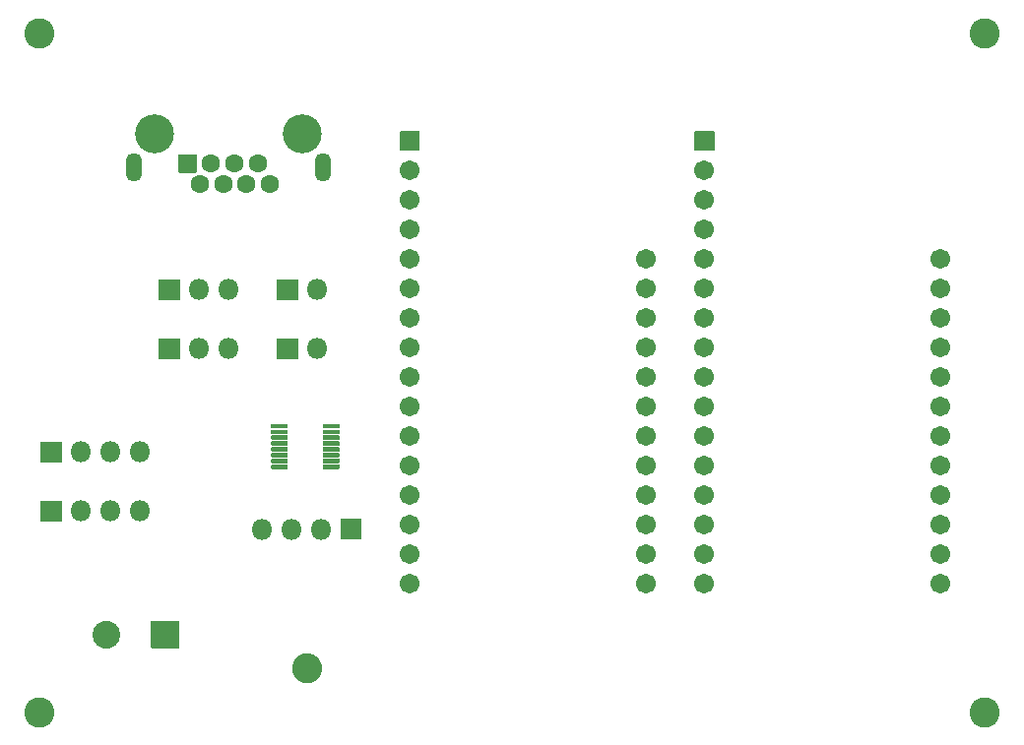
<source format=gbr>
G04 #@! TF.GenerationSoftware,KiCad,Pcbnew,(5.1.9)-1*
G04 #@! TF.CreationDate,2021-03-08T21:25:26-06:00*
G04 #@! TF.ProjectId,ControlInputTest,436f6e74-726f-46c4-996e-707574546573,rev?*
G04 #@! TF.SameCoordinates,Original*
G04 #@! TF.FileFunction,Soldermask,Top*
G04 #@! TF.FilePolarity,Negative*
%FSLAX46Y46*%
G04 Gerber Fmt 4.6, Leading zero omitted, Abs format (unit mm)*
G04 Created by KiCad (PCBNEW (5.1.9)-1) date 2021-03-08 21:25:26*
%MOMM*%
%LPD*%
G01*
G04 APERTURE LIST*
%ADD10C,1.702000*%
%ADD11O,1.802000X1.802000*%
%ADD12C,2.602000*%
%ADD13C,3.352000*%
%ADD14C,1.602000*%
%ADD15O,1.361000X2.464000*%
%ADD16C,2.388000*%
G04 APERTURE END LIST*
D10*
X141067940Y-135028940D03*
X141067940Y-132488940D03*
X141067940Y-129948940D03*
X141067940Y-127408940D03*
X141067940Y-124868940D03*
X141067940Y-122328940D03*
X141067940Y-119788940D03*
X141067940Y-117248940D03*
X141067940Y-114708940D03*
X141067940Y-112168940D03*
X141067940Y-109628940D03*
X141067940Y-107088940D03*
X141067940Y-104548940D03*
G36*
G01*
X140267940Y-101157940D02*
X141867940Y-101157940D01*
G75*
G02*
X141918940Y-101208940I0J-51000D01*
G01*
X141918940Y-102808940D01*
G75*
G02*
X141867940Y-102859940I-51000J0D01*
G01*
X140267940Y-102859940D01*
G75*
G02*
X140216940Y-102808940I0J51000D01*
G01*
X140216940Y-101208940D01*
G75*
G02*
X140267940Y-101157940I51000J0D01*
G01*
G37*
X161367940Y-140108940D03*
X161367940Y-137568940D03*
X161367940Y-135028940D03*
X161367940Y-132488940D03*
X161367940Y-129948940D03*
X161367940Y-127408940D03*
X161367940Y-124868940D03*
X161367940Y-122328940D03*
X161367940Y-119788940D03*
X161367940Y-117248940D03*
X161367940Y-114708940D03*
X161367940Y-112168940D03*
X141067940Y-137568940D03*
X141067940Y-140108940D03*
G36*
G01*
X130971430Y-147695724D02*
X130971430Y-147695724D01*
G75*
G02*
X131891376Y-146102330I1256670J336724D01*
G01*
X131891376Y-146102330D01*
G75*
G02*
X133484770Y-147022276I336724J-1256670D01*
G01*
X133484770Y-147022276D01*
G75*
G02*
X132564824Y-148615670I-1256670J-336724D01*
G01*
X132564824Y-148615670D01*
G75*
G02*
X130971430Y-147695724I-336724J1256670D01*
G01*
G37*
G36*
G01*
X135150000Y-134499000D02*
X136850000Y-134499000D01*
G75*
G02*
X136901000Y-134550000I0J-51000D01*
G01*
X136901000Y-136250000D01*
G75*
G02*
X136850000Y-136301000I-51000J0D01*
G01*
X135150000Y-136301000D01*
G75*
G02*
X135099000Y-136250000I0J51000D01*
G01*
X135099000Y-134550000D01*
G75*
G02*
X135150000Y-134499000I51000J0D01*
G01*
G37*
D11*
X133460000Y-135400000D03*
X130920000Y-135400000D03*
X128380000Y-135400000D03*
X125460000Y-114790000D03*
X122920000Y-114790000D03*
G36*
G01*
X121230000Y-115691000D02*
X119530000Y-115691000D01*
G75*
G02*
X119479000Y-115640000I0J51000D01*
G01*
X119479000Y-113940000D01*
G75*
G02*
X119530000Y-113889000I51000J0D01*
G01*
X121230000Y-113889000D01*
G75*
G02*
X121281000Y-113940000I0J-51000D01*
G01*
X121281000Y-115640000D01*
G75*
G02*
X121230000Y-115691000I-51000J0D01*
G01*
G37*
G36*
G01*
X121230000Y-120771000D02*
X119530000Y-120771000D01*
G75*
G02*
X119479000Y-120720000I0J51000D01*
G01*
X119479000Y-119020000D01*
G75*
G02*
X119530000Y-118969000I51000J0D01*
G01*
X121230000Y-118969000D01*
G75*
G02*
X121281000Y-119020000I0J-51000D01*
G01*
X121281000Y-120720000D01*
G75*
G02*
X121230000Y-120771000I-51000J0D01*
G01*
G37*
X122920000Y-119870000D03*
X125460000Y-119870000D03*
D12*
X109220000Y-151130000D03*
X190500000Y-92710000D03*
X109220000Y-92710000D03*
X190500000Y-151130000D03*
D13*
X131848320Y-101389180D03*
X119148320Y-101389180D03*
D14*
X129059020Y-105709180D03*
X128039020Y-103929180D03*
X127029020Y-105709180D03*
X126009020Y-103929180D03*
X124999020Y-105709180D03*
X123979020Y-103929180D03*
X122969020Y-105709180D03*
G36*
G01*
X122750020Y-103179180D02*
X122750020Y-104679180D01*
G75*
G02*
X122699020Y-104730180I-51000J0D01*
G01*
X121199020Y-104730180D01*
G75*
G02*
X121148020Y-104679180I0J51000D01*
G01*
X121148020Y-103179180D01*
G75*
G02*
X121199020Y-103128180I51000J0D01*
G01*
X122699020Y-103128180D01*
G75*
G02*
X122750020Y-103179180I0J-51000D01*
G01*
G37*
D15*
X133628320Y-104291130D03*
X117368320Y-104291130D03*
D11*
X117840000Y-133840000D03*
X115300000Y-133840000D03*
X112760000Y-133840000D03*
G36*
G01*
X111070000Y-134741000D02*
X109370000Y-134741000D01*
G75*
G02*
X109319000Y-134690000I0J51000D01*
G01*
X109319000Y-132990000D01*
G75*
G02*
X109370000Y-132939000I51000J0D01*
G01*
X111070000Y-132939000D01*
G75*
G02*
X111121000Y-132990000I0J-51000D01*
G01*
X111121000Y-134690000D01*
G75*
G02*
X111070000Y-134741000I-51000J0D01*
G01*
G37*
G36*
G01*
X121204000Y-143317000D02*
X121204000Y-145603000D01*
G75*
G02*
X121153000Y-145654000I-51000J0D01*
G01*
X118867000Y-145654000D01*
G75*
G02*
X118816000Y-145603000I0J51000D01*
G01*
X118816000Y-143317000D01*
G75*
G02*
X118867000Y-143266000I51000J0D01*
G01*
X121153000Y-143266000D01*
G75*
G02*
X121204000Y-143317000I0J-51000D01*
G01*
G37*
D16*
X114930000Y-144460000D03*
G36*
G01*
X111070000Y-129661000D02*
X109370000Y-129661000D01*
G75*
G02*
X109319000Y-129610000I0J51000D01*
G01*
X109319000Y-127910000D01*
G75*
G02*
X109370000Y-127859000I51000J0D01*
G01*
X111070000Y-127859000D01*
G75*
G02*
X111121000Y-127910000I0J-51000D01*
G01*
X111121000Y-129610000D01*
G75*
G02*
X111070000Y-129661000I-51000J0D01*
G01*
G37*
D11*
X112760000Y-128760000D03*
X115300000Y-128760000D03*
X117840000Y-128760000D03*
G36*
G01*
X135013900Y-129881630D02*
X135013900Y-130161030D01*
G75*
G02*
X134962900Y-130212030I-51000J0D01*
G01*
X133629400Y-130212030D01*
G75*
G02*
X133578400Y-130161030I0J51000D01*
G01*
X133578400Y-129881630D01*
G75*
G02*
X133629400Y-129830630I51000J0D01*
G01*
X134962900Y-129830630D01*
G75*
G02*
X135013900Y-129881630I0J-51000D01*
G01*
G37*
G36*
G01*
X135013900Y-129381250D02*
X135013900Y-129660650D01*
G75*
G02*
X134962900Y-129711650I-51000J0D01*
G01*
X133629400Y-129711650D01*
G75*
G02*
X133578400Y-129660650I0J51000D01*
G01*
X133578400Y-129381250D01*
G75*
G02*
X133629400Y-129330250I51000J0D01*
G01*
X134962900Y-129330250D01*
G75*
G02*
X135013900Y-129381250I0J-51000D01*
G01*
G37*
G36*
G01*
X135013900Y-128880870D02*
X135013900Y-129160270D01*
G75*
G02*
X134962900Y-129211270I-51000J0D01*
G01*
X133629400Y-129211270D01*
G75*
G02*
X133578400Y-129160270I0J51000D01*
G01*
X133578400Y-128880870D01*
G75*
G02*
X133629400Y-128829870I51000J0D01*
G01*
X134962900Y-128829870D01*
G75*
G02*
X135013900Y-128880870I0J-51000D01*
G01*
G37*
G36*
G01*
X135013900Y-128380490D02*
X135013900Y-128659890D01*
G75*
G02*
X134962900Y-128710890I-51000J0D01*
G01*
X133629400Y-128710890D01*
G75*
G02*
X133578400Y-128659890I0J51000D01*
G01*
X133578400Y-128380490D01*
G75*
G02*
X133629400Y-128329490I51000J0D01*
G01*
X134962900Y-128329490D01*
G75*
G02*
X135013900Y-128380490I0J-51000D01*
G01*
G37*
G36*
G01*
X135013900Y-127880110D02*
X135013900Y-128159510D01*
G75*
G02*
X134962900Y-128210510I-51000J0D01*
G01*
X133629400Y-128210510D01*
G75*
G02*
X133578400Y-128159510I0J51000D01*
G01*
X133578400Y-127880110D01*
G75*
G02*
X133629400Y-127829110I51000J0D01*
G01*
X134962900Y-127829110D01*
G75*
G02*
X135013900Y-127880110I0J-51000D01*
G01*
G37*
G36*
G01*
X135013900Y-127379730D02*
X135013900Y-127659130D01*
G75*
G02*
X134962900Y-127710130I-51000J0D01*
G01*
X133629400Y-127710130D01*
G75*
G02*
X133578400Y-127659130I0J51000D01*
G01*
X133578400Y-127379730D01*
G75*
G02*
X133629400Y-127328730I51000J0D01*
G01*
X134962900Y-127328730D01*
G75*
G02*
X135013900Y-127379730I0J-51000D01*
G01*
G37*
G36*
G01*
X135013900Y-126879350D02*
X135013900Y-127158750D01*
G75*
G02*
X134962900Y-127209750I-51000J0D01*
G01*
X133629400Y-127209750D01*
G75*
G02*
X133578400Y-127158750I0J51000D01*
G01*
X133578400Y-126879350D01*
G75*
G02*
X133629400Y-126828350I51000J0D01*
G01*
X134962900Y-126828350D01*
G75*
G02*
X135013900Y-126879350I0J-51000D01*
G01*
G37*
G36*
G01*
X135013900Y-126378970D02*
X135013900Y-126658370D01*
G75*
G02*
X134962900Y-126709370I-51000J0D01*
G01*
X133629400Y-126709370D01*
G75*
G02*
X133578400Y-126658370I0J51000D01*
G01*
X133578400Y-126378970D01*
G75*
G02*
X133629400Y-126327970I51000J0D01*
G01*
X134962900Y-126327970D01*
G75*
G02*
X135013900Y-126378970I0J-51000D01*
G01*
G37*
G36*
G01*
X130581600Y-126378970D02*
X130581600Y-126658370D01*
G75*
G02*
X130530600Y-126709370I-51000J0D01*
G01*
X129197100Y-126709370D01*
G75*
G02*
X129146100Y-126658370I0J51000D01*
G01*
X129146100Y-126378970D01*
G75*
G02*
X129197100Y-126327970I51000J0D01*
G01*
X130530600Y-126327970D01*
G75*
G02*
X130581600Y-126378970I0J-51000D01*
G01*
G37*
G36*
G01*
X130581600Y-126879350D02*
X130581600Y-127158750D01*
G75*
G02*
X130530600Y-127209750I-51000J0D01*
G01*
X129197100Y-127209750D01*
G75*
G02*
X129146100Y-127158750I0J51000D01*
G01*
X129146100Y-126879350D01*
G75*
G02*
X129197100Y-126828350I51000J0D01*
G01*
X130530600Y-126828350D01*
G75*
G02*
X130581600Y-126879350I0J-51000D01*
G01*
G37*
G36*
G01*
X130581600Y-127379730D02*
X130581600Y-127659130D01*
G75*
G02*
X130530600Y-127710130I-51000J0D01*
G01*
X129197100Y-127710130D01*
G75*
G02*
X129146100Y-127659130I0J51000D01*
G01*
X129146100Y-127379730D01*
G75*
G02*
X129197100Y-127328730I51000J0D01*
G01*
X130530600Y-127328730D01*
G75*
G02*
X130581600Y-127379730I0J-51000D01*
G01*
G37*
G36*
G01*
X130581600Y-127880110D02*
X130581600Y-128159510D01*
G75*
G02*
X130530600Y-128210510I-51000J0D01*
G01*
X129197100Y-128210510D01*
G75*
G02*
X129146100Y-128159510I0J51000D01*
G01*
X129146100Y-127880110D01*
G75*
G02*
X129197100Y-127829110I51000J0D01*
G01*
X130530600Y-127829110D01*
G75*
G02*
X130581600Y-127880110I0J-51000D01*
G01*
G37*
G36*
G01*
X130581600Y-128380490D02*
X130581600Y-128659890D01*
G75*
G02*
X130530600Y-128710890I-51000J0D01*
G01*
X129197100Y-128710890D01*
G75*
G02*
X129146100Y-128659890I0J51000D01*
G01*
X129146100Y-128380490D01*
G75*
G02*
X129197100Y-128329490I51000J0D01*
G01*
X130530600Y-128329490D01*
G75*
G02*
X130581600Y-128380490I0J-51000D01*
G01*
G37*
G36*
G01*
X130581600Y-128880870D02*
X130581600Y-129160270D01*
G75*
G02*
X130530600Y-129211270I-51000J0D01*
G01*
X129197100Y-129211270D01*
G75*
G02*
X129146100Y-129160270I0J51000D01*
G01*
X129146100Y-128880870D01*
G75*
G02*
X129197100Y-128829870I51000J0D01*
G01*
X130530600Y-128829870D01*
G75*
G02*
X130581600Y-128880870I0J-51000D01*
G01*
G37*
G36*
G01*
X130581600Y-129381250D02*
X130581600Y-129660650D01*
G75*
G02*
X130530600Y-129711650I-51000J0D01*
G01*
X129197100Y-129711650D01*
G75*
G02*
X129146100Y-129660650I0J51000D01*
G01*
X129146100Y-129381250D01*
G75*
G02*
X129197100Y-129330250I51000J0D01*
G01*
X130530600Y-129330250D01*
G75*
G02*
X130581600Y-129381250I0J-51000D01*
G01*
G37*
G36*
G01*
X130581600Y-129881630D02*
X130581600Y-130161030D01*
G75*
G02*
X130530600Y-130212030I-51000J0D01*
G01*
X129197100Y-130212030D01*
G75*
G02*
X129146100Y-130161030I0J51000D01*
G01*
X129146100Y-129881630D01*
G75*
G02*
X129197100Y-129830630I51000J0D01*
G01*
X130530600Y-129830630D01*
G75*
G02*
X130581600Y-129881630I0J-51000D01*
G01*
G37*
X133080000Y-114790000D03*
G36*
G01*
X131390000Y-115691000D02*
X129690000Y-115691000D01*
G75*
G02*
X129639000Y-115640000I0J51000D01*
G01*
X129639000Y-113940000D01*
G75*
G02*
X129690000Y-113889000I51000J0D01*
G01*
X131390000Y-113889000D01*
G75*
G02*
X131441000Y-113940000I0J-51000D01*
G01*
X131441000Y-115640000D01*
G75*
G02*
X131390000Y-115691000I-51000J0D01*
G01*
G37*
G36*
G01*
X131390000Y-120771000D02*
X129690000Y-120771000D01*
G75*
G02*
X129639000Y-120720000I0J51000D01*
G01*
X129639000Y-119020000D01*
G75*
G02*
X129690000Y-118969000I51000J0D01*
G01*
X131390000Y-118969000D01*
G75*
G02*
X131441000Y-119020000I0J-51000D01*
G01*
X131441000Y-120720000D01*
G75*
G02*
X131390000Y-120771000I-51000J0D01*
G01*
G37*
X133080000Y-119870000D03*
D10*
X166397940Y-135028940D03*
X166397940Y-132488940D03*
X166397940Y-129948940D03*
X166397940Y-127408940D03*
X166397940Y-124868940D03*
X166397940Y-122328940D03*
X166397940Y-119788940D03*
X166397940Y-117248940D03*
X166397940Y-114708940D03*
X166397940Y-112168940D03*
X166397940Y-109628940D03*
X166397940Y-107088940D03*
X166397940Y-104548940D03*
G36*
G01*
X165597940Y-101157940D02*
X167197940Y-101157940D01*
G75*
G02*
X167248940Y-101208940I0J-51000D01*
G01*
X167248940Y-102808940D01*
G75*
G02*
X167197940Y-102859940I-51000J0D01*
G01*
X165597940Y-102859940D01*
G75*
G02*
X165546940Y-102808940I0J51000D01*
G01*
X165546940Y-101208940D01*
G75*
G02*
X165597940Y-101157940I51000J0D01*
G01*
G37*
X186697940Y-140108940D03*
X186697940Y-137568940D03*
X186697940Y-135028940D03*
X186697940Y-132488940D03*
X186697940Y-129948940D03*
X186697940Y-127408940D03*
X186697940Y-124868940D03*
X186697940Y-122328940D03*
X186697940Y-119788940D03*
X186697940Y-117248940D03*
X186697940Y-114708940D03*
X186697940Y-112168940D03*
X166397940Y-137568940D03*
X166397940Y-140108940D03*
M02*

</source>
